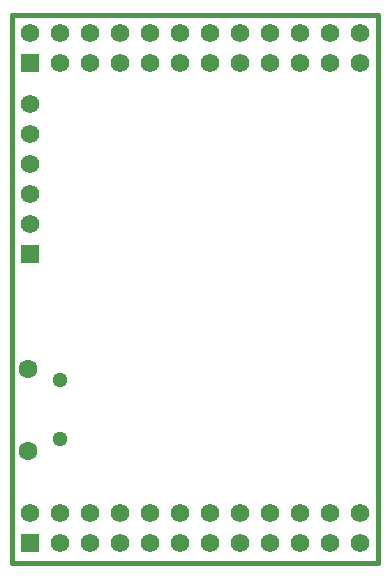
<source format=gbs>
G04 (created by PCBNEW-RS274X (2012-apr-16-27)-stable) date Sun 17 Nov 2013 02:19:30 PM EET*
G01*
G70*
G90*
%MOIN*%
G04 Gerber Fmt 3.4, Leading zero omitted, Abs format*
%FSLAX34Y34*%
G04 APERTURE LIST*
%ADD10C,0.006000*%
%ADD11C,0.015000*%
%ADD12R,0.062000X0.062000*%
%ADD13C,0.062000*%
%ADD14C,0.051200*%
%ADD15C,0.063000*%
G04 APERTURE END LIST*
G54D10*
G54D11*
X24800Y-29700D02*
X24800Y-11450D01*
X37000Y-29700D02*
X24800Y-29700D01*
X37000Y-11450D02*
X37000Y-29700D01*
X24800Y-11450D02*
X37000Y-11450D01*
G54D12*
X25400Y-13050D03*
G54D13*
X25400Y-12050D03*
X26400Y-13050D03*
X26400Y-12050D03*
X27400Y-13050D03*
X27400Y-12050D03*
X28400Y-13050D03*
X28400Y-12050D03*
X29400Y-13050D03*
X29400Y-12050D03*
X30400Y-13050D03*
X30400Y-12050D03*
X31400Y-13050D03*
X31400Y-12050D03*
X32400Y-13050D03*
X32400Y-12050D03*
X33400Y-13050D03*
X33400Y-12050D03*
X34400Y-13050D03*
X34400Y-12050D03*
X35400Y-13050D03*
X35400Y-12050D03*
X36400Y-13050D03*
X36400Y-12050D03*
G54D12*
X25400Y-29050D03*
G54D13*
X25400Y-28050D03*
X26400Y-29050D03*
X26400Y-28050D03*
X27400Y-29050D03*
X27400Y-28050D03*
X28400Y-29050D03*
X28400Y-28050D03*
X29400Y-29050D03*
X29400Y-28050D03*
X30400Y-29050D03*
X30400Y-28050D03*
X31400Y-29050D03*
X31400Y-28050D03*
X32400Y-29050D03*
X32400Y-28050D03*
X33400Y-29050D03*
X33400Y-28050D03*
X34400Y-29050D03*
X34400Y-28050D03*
X35400Y-29050D03*
X35400Y-28050D03*
X36400Y-29050D03*
X36400Y-28050D03*
G54D12*
X25400Y-19400D03*
G54D13*
X25400Y-18400D03*
X25400Y-17400D03*
X25400Y-16400D03*
X25400Y-15400D03*
X25400Y-14400D03*
G54D14*
X26413Y-25584D03*
X26413Y-23616D03*
G54D15*
X25350Y-25978D03*
X25350Y-23222D03*
M02*

</source>
